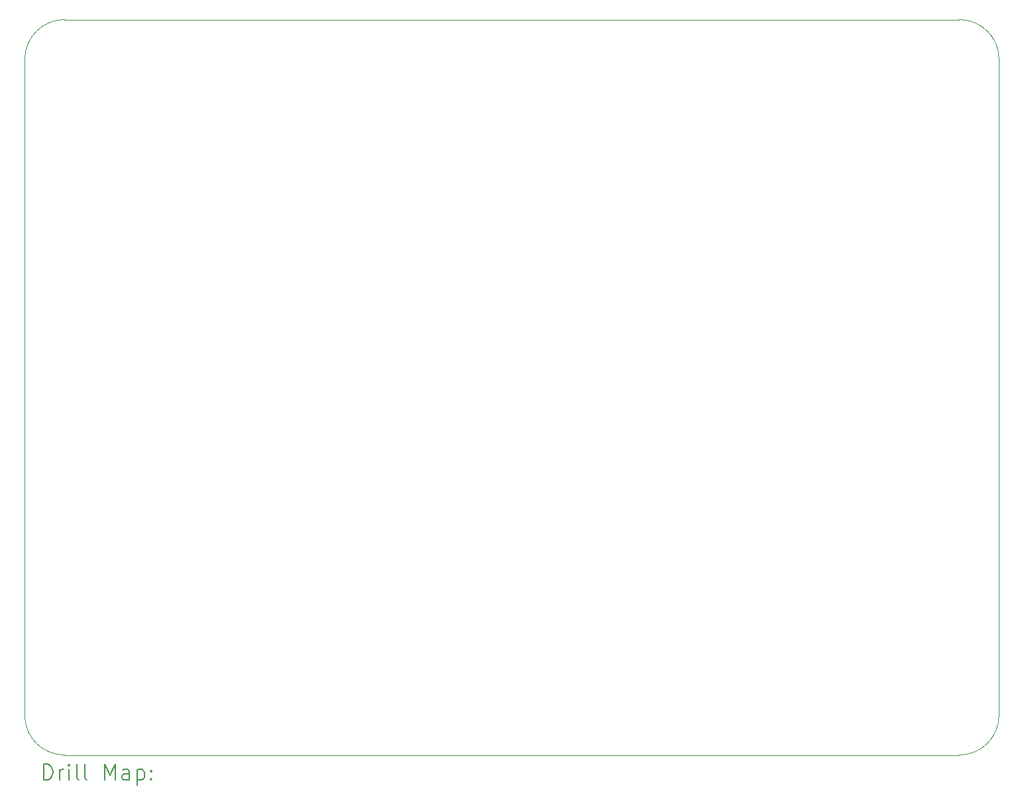
<source format=gbr>
%TF.GenerationSoftware,KiCad,Pcbnew,7.0.1*%
%TF.CreationDate,2023-05-05T18:30:57-04:00*%
%TF.ProjectId,PCB_BioGenius,5043425f-4269-46f4-9765-6e6975732e6b,rev?*%
%TF.SameCoordinates,Original*%
%TF.FileFunction,Drillmap*%
%TF.FilePolarity,Positive*%
%FSLAX45Y45*%
G04 Gerber Fmt 4.5, Leading zero omitted, Abs format (unit mm)*
G04 Created by KiCad (PCBNEW 7.0.1) date 2023-05-05 18:30:57*
%MOMM*%
%LPD*%
G01*
G04 APERTURE LIST*
%ADD10C,0.100000*%
%ADD11C,0.200000*%
G04 APERTURE END LIST*
D10*
X20574000Y-8382000D02*
X20574000Y-16764000D01*
X20066000Y-7874000D02*
X8636000Y-7874000D01*
X8128000Y-8382000D02*
X8128000Y-16764000D01*
X8636000Y-7874000D02*
G75*
G03*
X8128000Y-8382000I0J-508000D01*
G01*
X8636000Y-17272000D02*
X20066000Y-17272000D01*
X20066000Y-17272000D02*
G75*
G03*
X20574000Y-16764000I0J508000D01*
G01*
X20574000Y-8382000D02*
G75*
G03*
X20066000Y-7874000I-508000J0D01*
G01*
X8128000Y-16764000D02*
G75*
G03*
X8636000Y-17272000I508000J0D01*
G01*
D11*
X8370619Y-17589524D02*
X8370619Y-17389524D01*
X8370619Y-17389524D02*
X8418238Y-17389524D01*
X8418238Y-17389524D02*
X8446810Y-17399048D01*
X8446810Y-17399048D02*
X8465857Y-17418095D01*
X8465857Y-17418095D02*
X8475381Y-17437143D01*
X8475381Y-17437143D02*
X8484905Y-17475238D01*
X8484905Y-17475238D02*
X8484905Y-17503810D01*
X8484905Y-17503810D02*
X8475381Y-17541905D01*
X8475381Y-17541905D02*
X8465857Y-17560952D01*
X8465857Y-17560952D02*
X8446810Y-17580000D01*
X8446810Y-17580000D02*
X8418238Y-17589524D01*
X8418238Y-17589524D02*
X8370619Y-17589524D01*
X8570619Y-17589524D02*
X8570619Y-17456190D01*
X8570619Y-17494286D02*
X8580143Y-17475238D01*
X8580143Y-17475238D02*
X8589667Y-17465714D01*
X8589667Y-17465714D02*
X8608714Y-17456190D01*
X8608714Y-17456190D02*
X8627762Y-17456190D01*
X8694429Y-17589524D02*
X8694429Y-17456190D01*
X8694429Y-17389524D02*
X8684905Y-17399048D01*
X8684905Y-17399048D02*
X8694429Y-17408571D01*
X8694429Y-17408571D02*
X8703952Y-17399048D01*
X8703952Y-17399048D02*
X8694429Y-17389524D01*
X8694429Y-17389524D02*
X8694429Y-17408571D01*
X8818238Y-17589524D02*
X8799190Y-17580000D01*
X8799190Y-17580000D02*
X8789667Y-17560952D01*
X8789667Y-17560952D02*
X8789667Y-17389524D01*
X8923000Y-17589524D02*
X8903952Y-17580000D01*
X8903952Y-17580000D02*
X8894429Y-17560952D01*
X8894429Y-17560952D02*
X8894429Y-17389524D01*
X9151571Y-17589524D02*
X9151571Y-17389524D01*
X9151571Y-17389524D02*
X9218238Y-17532381D01*
X9218238Y-17532381D02*
X9284905Y-17389524D01*
X9284905Y-17389524D02*
X9284905Y-17589524D01*
X9465857Y-17589524D02*
X9465857Y-17484762D01*
X9465857Y-17484762D02*
X9456333Y-17465714D01*
X9456333Y-17465714D02*
X9437286Y-17456190D01*
X9437286Y-17456190D02*
X9399190Y-17456190D01*
X9399190Y-17456190D02*
X9380143Y-17465714D01*
X9465857Y-17580000D02*
X9446810Y-17589524D01*
X9446810Y-17589524D02*
X9399190Y-17589524D01*
X9399190Y-17589524D02*
X9380143Y-17580000D01*
X9380143Y-17580000D02*
X9370619Y-17560952D01*
X9370619Y-17560952D02*
X9370619Y-17541905D01*
X9370619Y-17541905D02*
X9380143Y-17522857D01*
X9380143Y-17522857D02*
X9399190Y-17513333D01*
X9399190Y-17513333D02*
X9446810Y-17513333D01*
X9446810Y-17513333D02*
X9465857Y-17503810D01*
X9561095Y-17456190D02*
X9561095Y-17656190D01*
X9561095Y-17465714D02*
X9580143Y-17456190D01*
X9580143Y-17456190D02*
X9618238Y-17456190D01*
X9618238Y-17456190D02*
X9637286Y-17465714D01*
X9637286Y-17465714D02*
X9646810Y-17475238D01*
X9646810Y-17475238D02*
X9656333Y-17494286D01*
X9656333Y-17494286D02*
X9656333Y-17551429D01*
X9656333Y-17551429D02*
X9646810Y-17570476D01*
X9646810Y-17570476D02*
X9637286Y-17580000D01*
X9637286Y-17580000D02*
X9618238Y-17589524D01*
X9618238Y-17589524D02*
X9580143Y-17589524D01*
X9580143Y-17589524D02*
X9561095Y-17580000D01*
X9742048Y-17570476D02*
X9751571Y-17580000D01*
X9751571Y-17580000D02*
X9742048Y-17589524D01*
X9742048Y-17589524D02*
X9732524Y-17580000D01*
X9732524Y-17580000D02*
X9742048Y-17570476D01*
X9742048Y-17570476D02*
X9742048Y-17589524D01*
X9742048Y-17465714D02*
X9751571Y-17475238D01*
X9751571Y-17475238D02*
X9742048Y-17484762D01*
X9742048Y-17484762D02*
X9732524Y-17475238D01*
X9732524Y-17475238D02*
X9742048Y-17465714D01*
X9742048Y-17465714D02*
X9742048Y-17484762D01*
M02*

</source>
